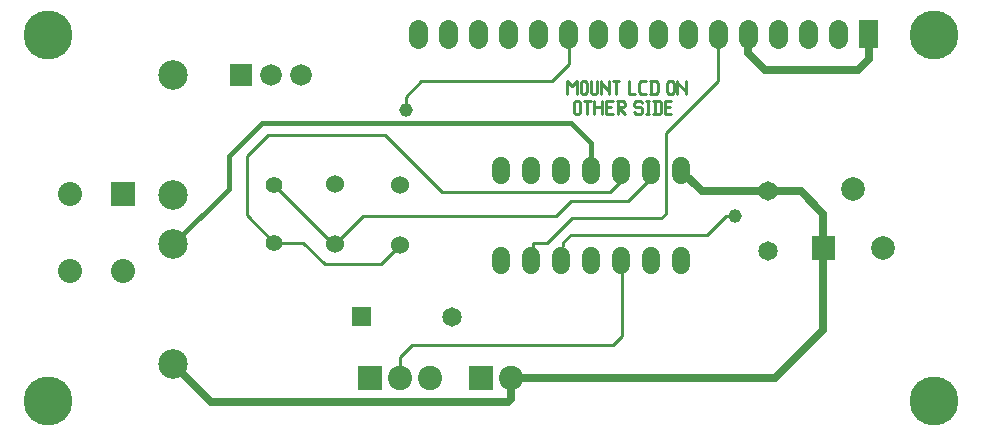
<source format=gbr>
G04 start of page 2 for group 0 idx 0 *
G04 Title: vt100lcd84, component *
G04 Creator: pcb 20091103 *
G04 CreationDate: Tue 01 May 2012 10:21:43 PM GMT UTC *
G04 For: ecomer *
G04 Format: Gerber/RS-274X *
G04 PCB-Dimensions: 334646 161417 *
G04 PCB-Coordinate-Origin: lower left *
%MOIN*%
%FSLAX25Y25*%
%LNFRONT*%
%ADD11C,0.0250*%
%ADD12C,0.0100*%
%ADD13C,0.0150*%
%ADD14C,0.0200*%
%ADD15C,0.0810*%
%ADD16C,0.0600*%
%ADD17C,0.0550*%
%ADD18C,0.1630*%
%ADD19C,0.0800*%
%ADD20C,0.0984*%
%ADD21C,0.0630*%
%ADD22C,0.0720*%
%ADD23C,0.0650*%
%ADD24C,0.0787*%
%ADD25C,0.0460*%
%ADD26C,0.0630*%
%ADD27R,0.0630X0.0630*%
%ADD28C,0.0350*%
%ADD29C,0.0290*%
%ADD30C,0.0960*%
%ADD31C,0.0394*%
%ADD32C,0.0420*%
%ADD33C,0.0417*%
G54D11*X174000Y27417D02*X262000D01*
G54D12*X208000Y38417D02*X211000Y41417D01*
Y64912D01*
X210787D01*
Y66199D02*X211000Y64912D01*
X210787Y66199D01*
X220787Y94204D02*X213000Y86417D01*
X194000D01*
X210787Y93204D02*X207000Y89417D01*
X225600Y82217D02*X224000Y80617D01*
X194500D01*
X225600Y107817D02*Y82217D01*
X239300Y75217D02*X194000D01*
X191400Y72617D01*
X190787Y67025D01*
X194500Y80617D02*X186200Y72317D01*
X181300D01*
X180787Y66925D01*
G54D11*X292290Y141205D02*X293290Y142205D01*
X292755Y141205D02*X292290D01*
X292755Y142205D02*X293290D01*
X253110Y142126D02*Y135807D01*
X258800Y130117D01*
G54D12*X243200Y126517D02*Y142036D01*
G54D11*X258800Y130117D02*X289900D01*
X293500Y133717D01*
Y141736D01*
X293110Y142126D01*
X259870Y89417D02*X259685Y89602D01*
Y89417D01*
X259870D01*
X237597Y89602D02*X270715D01*
X262000Y27417D02*X278000Y43417D01*
Y70480D01*
X278291Y70771D01*
X237597Y89602D02*X230787Y96412D01*
G54D12*X248900Y81517D02*X245600D01*
X239300Y75217D01*
G54D11*X270715Y89602D02*X278200Y82117D01*
Y70862D01*
X278291Y70771D01*
G54D13*X200787Y105630D02*X194000Y112417D01*
G54D12*X225600Y107617D02*Y108917D01*
X243200Y126517D01*
X252690Y140945D02*X252755D01*
X193400Y141836D02*X193110Y142126D01*
X252755Y141005D02*X252690Y140945D01*
X252755Y141005D02*X252690Y140945D01*
X243200Y142036D02*X243110Y142126D01*
X187800Y126317D02*X193400Y131917D01*
Y141836D01*
G54D11*X74000Y19417D02*X61500Y31917D01*
G54D13*X80000Y101417D02*Y90417D01*
X61500Y71917D01*
X91000Y112417D02*X80000Y101417D01*
G54D12*X86000D02*Y81654D01*
X93000Y108417D02*X86000Y101417D01*
G54D13*X194000Y112417D02*X91000D01*
G54D11*X174000Y20417D02*Y27417D01*
X173000Y19417D02*X174000Y20417D01*
G54D12*X130709Y65417D02*X137130Y71838D01*
X137000Y27417D02*Y34417D01*
X141000Y38417D01*
X208000D01*
G54D13*X200787Y94912D02*Y105630D01*
G54D12*X194000Y86417D02*X189000Y81417D01*
X124769D01*
X207000Y89417D02*X151000D01*
X139000Y116817D02*Y121217D01*
X144100Y126317D01*
X187800D01*
X124769Y81417D02*X115478Y72126D01*
X114740D01*
X95083Y91783D01*
X112000Y65417D02*X130709D01*
G54D11*X74000Y19417D02*X173000D01*
G54D12*X151000Y89417D02*X132000Y108417D01*
X93000D01*
X86000Y81654D02*X95083Y72571D01*
X104846D01*
X112000Y65417D01*
X195040Y119181D02*Y115971D01*
Y119181D02*X195575Y119716D01*
X196645D01*
X197180Y119181D01*
Y115971D01*
X196645Y115436D02*X197180Y115971D01*
X195575Y115436D02*X196645D01*
X195040Y115971D02*X195575Y115436D01*
X198465Y119716D02*X200605D01*
X199535D02*Y115436D01*
X201890Y119716D02*Y115436D01*
X204565Y119716D02*Y115436D01*
X201890Y117576D02*X204565D01*
X205850D02*X207455D01*
X205850Y115436D02*X207990D01*
X205850Y119716D02*Y115436D01*
Y119716D02*X207990D01*
X209275D02*X211415D01*
X211950Y119181D01*
Y118111D01*
X211415Y117576D02*X211950Y118111D01*
X209810Y117576D02*X211415D01*
X209810Y119716D02*Y115436D01*
Y117576D02*X211950Y115436D01*
X217301Y119716D02*X217836Y119181D01*
X215696Y119716D02*X217301D01*
X215161Y119181D02*X215696Y119716D01*
X215161Y119181D02*Y118111D01*
X215696Y117576D01*
X217301D01*
X217836Y117041D01*
Y115971D01*
X217301Y115436D02*X217836Y115971D01*
X215696Y115436D02*X217301D01*
X215161Y115971D02*X215696Y115436D01*
X219121Y119716D02*X220191D01*
X219656D02*Y115436D01*
X219121D02*X220191D01*
X222011Y119716D02*Y115436D01*
X223616Y119716D02*X224151Y119181D01*
Y115971D01*
X223616Y115436D02*X224151Y115971D01*
X221476Y115436D02*X223616D01*
X221476Y119716D02*X223616D01*
X225436Y117576D02*X227041D01*
X225436Y115436D02*X227576D01*
X225436Y119716D02*Y115436D01*
Y119716D02*X227576D01*
X192756Y126331D02*Y122051D01*
Y126331D02*X194361Y124726D01*
X195966Y126331D01*
Y122051D01*
X197251Y125796D02*Y122586D01*
Y125796D02*X197786Y126331D01*
X198856D01*
X199391Y125796D01*
Y122586D01*
X198856Y122051D02*X199391Y122586D01*
X197786Y122051D02*X198856D01*
X197251Y122586D02*X197786Y122051D01*
X200676Y126331D02*Y122586D01*
X201211Y122051D01*
X202281D01*
X202816Y122586D01*
Y126331D02*Y122586D01*
X204101Y126331D02*Y122051D01*
Y126331D02*Y125796D01*
X206776Y123121D01*
Y126331D02*Y122051D01*
X208061Y126331D02*X210201D01*
X209131D02*Y122051D01*
X213412Y126331D02*Y122051D01*
X215552D01*
X217372D02*X218977D01*
X216837Y122586D02*X217372Y122051D01*
X216837Y125796D02*Y122586D01*
Y125796D02*X217372Y126331D01*
X218977D01*
X220797D02*Y122051D01*
X222402Y126331D02*X222937Y125796D01*
Y122586D01*
X222402Y122051D02*X222937Y122586D01*
X220262Y122051D02*X222402D01*
X220262Y126331D02*X222402D01*
X226148Y125796D02*Y122586D01*
Y125796D02*X226683Y126331D01*
X227753D01*
X228288Y125796D01*
Y122586D01*
X227753Y122051D02*X228288Y122586D01*
X226683Y122051D02*X227753D01*
X226148Y122586D02*X226683Y122051D01*
X229573Y126331D02*Y122051D01*
Y126331D02*Y125796D01*
X232248Y123121D01*
Y126331D02*Y122051D01*
G54D14*G36*
X121030Y51107D02*Y44607D01*
X127530D01*
Y51107D01*
X121030D01*
G37*
G36*
X122950Y31467D02*Y23367D01*
X131050D01*
Y31467D01*
X122950D01*
G37*
G54D15*X137000Y27417D03*
G54D16*X137130Y91838D03*
Y71838D03*
X115478Y92126D03*
Y72126D03*
G54D17*X95083Y72571D03*
Y91783D03*
G54D18*X19685Y19685D03*
G54D14*G36*
X40692Y92622D02*Y84622D01*
X48692D01*
Y92622D01*
X40692D01*
G37*
G54D19*X44692Y63032D03*
X26976Y88622D03*
Y63032D03*
G54D18*X19685Y141732D03*
G54D20*X61500Y71917D03*
Y31917D03*
Y128417D03*
Y88417D03*
G54D18*X314961Y19685D03*
G54D21*X143110Y142126D03*
X153110D03*
X163110D03*
X173110D03*
X183110D03*
X193110D03*
X203110D03*
X213110D03*
X223110D03*
X233110D03*
X243110D03*
X253110D03*
X263110D03*
X273110D03*
X283110D03*
G54D14*G36*
X289961Y145275D02*Y138976D01*
X296260D01*
Y145275D01*
X289961D01*
G37*
G54D18*X314961Y141732D03*
G54D22*X94000Y128417D03*
X104000D03*
G54D14*G36*
X80400Y132017D02*Y124817D01*
X87600D01*
Y132017D01*
X80400D01*
G37*
G54D23*X259685Y89602D03*
G54D16*X230787Y96412D03*
G54D24*X288134Y90457D03*
G54D23*X259685Y69602D03*
G54D14*G36*
X274354Y74708D02*Y66834D01*
X282228D01*
Y74708D01*
X274354D01*
G37*
G54D24*X297977Y70771D03*
G54D16*X220787Y96412D03*
X210787D03*
X200787D03*
X190787D03*
X180787D03*
X170787D03*
Y66412D03*
X180787D03*
X190787D03*
X200787D03*
X210787D03*
X220787D03*
X230787D03*
G54D23*X154280Y47857D03*
G54D15*X147000Y27417D03*
G54D14*G36*
X159950Y31467D02*Y23367D01*
X168050D01*
Y31467D01*
X159950D01*
G37*
G54D15*X174000Y27417D03*
G54D25*X248900Y81517D03*
X139000Y116817D03*
G54D26*X213110Y143701D02*Y140551D01*
X223110Y143701D02*Y140551D01*
G54D16*X220787Y97912D02*Y94912D01*
G54D26*X233110Y143701D02*Y140551D01*
G54D16*X230787Y97912D02*Y94912D01*
G54D26*X243110Y143701D02*Y140551D01*
X253110Y143701D02*Y140551D01*
X263110Y143701D02*Y140551D01*
X273110Y143701D02*Y140551D01*
X283110Y143701D02*Y140551D01*
G54D27*X293110Y143701D02*Y140551D01*
G54D26*X173110Y143701D02*Y140551D01*
X183110Y143701D02*Y140551D01*
X193110Y143701D02*Y140551D01*
X203110Y143701D02*Y140551D01*
X143110Y143701D02*Y140551D01*
X153110Y143701D02*Y140551D01*
X163110Y143701D02*Y140551D01*
G54D16*X210787Y97912D02*Y94912D01*
X200787Y97912D02*Y94912D01*
X190787Y97912D02*Y94912D01*
X180787Y97912D02*Y94912D01*
X170787Y97912D02*Y94912D01*
Y67912D02*Y64912D01*
X180787Y67912D02*Y64912D01*
X190787Y67912D02*Y64912D01*
X200787Y67912D02*Y64912D01*
X210787Y67912D02*Y64912D01*
X220787Y67912D02*Y64912D01*
X230787Y67912D02*Y64912D01*
G54D28*G54D25*G54D28*G54D29*G54D30*G54D25*G54D30*G54D31*G54D30*G54D31*G54D30*G54D32*G54D28*G54D33*G54D28*G54D33*G54D28*G54D25*G54D14*M02*

</source>
